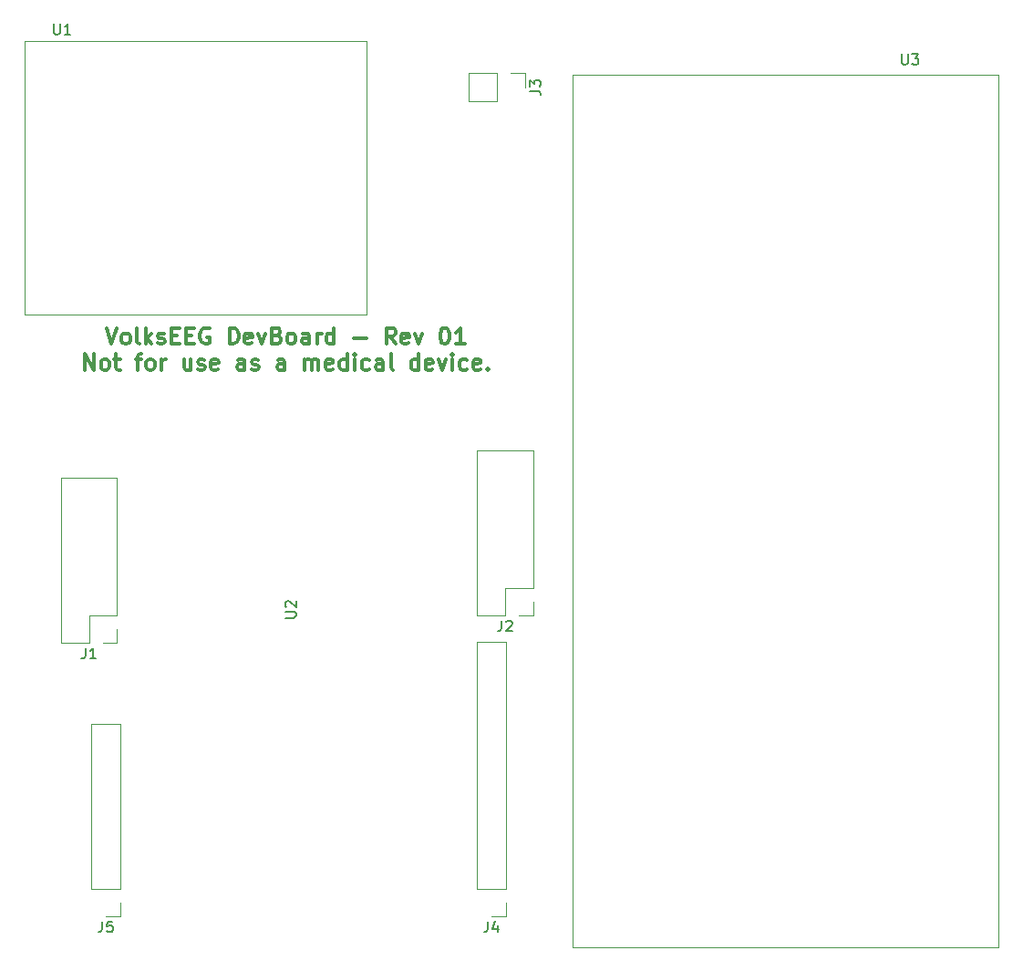
<source format=gbr>
%TF.GenerationSoftware,KiCad,Pcbnew,6.0.4-1.fc35*%
%TF.CreationDate,2022-04-09T22:38:20+01:00*%
%TF.ProjectId,DevBoard,44657642-6f61-4726-942e-6b696361645f,rev?*%
%TF.SameCoordinates,Original*%
%TF.FileFunction,Legend,Top*%
%TF.FilePolarity,Positive*%
%FSLAX46Y46*%
G04 Gerber Fmt 4.6, Leading zero omitted, Abs format (unit mm)*
G04 Created by KiCad (PCBNEW 6.0.4-1.fc35) date 2022-04-09 22:38:20*
%MOMM*%
%LPD*%
G01*
G04 APERTURE LIST*
%ADD10C,0.300000*%
%ADD11C,0.150000*%
%ADD12C,0.120000*%
%ADD13R,1.700000X1.700000*%
%ADD14O,1.700000X1.700000*%
%ADD15C,1.524000*%
%ADD16C,3.810000*%
G04 APERTURE END LIST*
D10*
X145337714Y-90427071D02*
X145837714Y-91927071D01*
X146337714Y-90427071D01*
X147052000Y-91927071D02*
X146909142Y-91855642D01*
X146837714Y-91784214D01*
X146766285Y-91641357D01*
X146766285Y-91212785D01*
X146837714Y-91069928D01*
X146909142Y-90998500D01*
X147052000Y-90927071D01*
X147266285Y-90927071D01*
X147409142Y-90998500D01*
X147480571Y-91069928D01*
X147552000Y-91212785D01*
X147552000Y-91641357D01*
X147480571Y-91784214D01*
X147409142Y-91855642D01*
X147266285Y-91927071D01*
X147052000Y-91927071D01*
X148409142Y-91927071D02*
X148266285Y-91855642D01*
X148194857Y-91712785D01*
X148194857Y-90427071D01*
X148980571Y-91927071D02*
X148980571Y-90427071D01*
X149123428Y-91355642D02*
X149552000Y-91927071D01*
X149552000Y-90927071D02*
X148980571Y-91498500D01*
X150123428Y-91855642D02*
X150266285Y-91927071D01*
X150552000Y-91927071D01*
X150694857Y-91855642D01*
X150766285Y-91712785D01*
X150766285Y-91641357D01*
X150694857Y-91498500D01*
X150552000Y-91427071D01*
X150337714Y-91427071D01*
X150194857Y-91355642D01*
X150123428Y-91212785D01*
X150123428Y-91141357D01*
X150194857Y-90998500D01*
X150337714Y-90927071D01*
X150552000Y-90927071D01*
X150694857Y-90998500D01*
X151409142Y-91141357D02*
X151909142Y-91141357D01*
X152123428Y-91927071D02*
X151409142Y-91927071D01*
X151409142Y-90427071D01*
X152123428Y-90427071D01*
X152766285Y-91141357D02*
X153266285Y-91141357D01*
X153480571Y-91927071D02*
X152766285Y-91927071D01*
X152766285Y-90427071D01*
X153480571Y-90427071D01*
X154909142Y-90498500D02*
X154766285Y-90427071D01*
X154552000Y-90427071D01*
X154337714Y-90498500D01*
X154194857Y-90641357D01*
X154123428Y-90784214D01*
X154052000Y-91069928D01*
X154052000Y-91284214D01*
X154123428Y-91569928D01*
X154194857Y-91712785D01*
X154337714Y-91855642D01*
X154552000Y-91927071D01*
X154694857Y-91927071D01*
X154909142Y-91855642D01*
X154980571Y-91784214D01*
X154980571Y-91284214D01*
X154694857Y-91284214D01*
X156766285Y-91927071D02*
X156766285Y-90427071D01*
X157123428Y-90427071D01*
X157337714Y-90498500D01*
X157480571Y-90641357D01*
X157552000Y-90784214D01*
X157623428Y-91069928D01*
X157623428Y-91284214D01*
X157552000Y-91569928D01*
X157480571Y-91712785D01*
X157337714Y-91855642D01*
X157123428Y-91927071D01*
X156766285Y-91927071D01*
X158837714Y-91855642D02*
X158694857Y-91927071D01*
X158409142Y-91927071D01*
X158266285Y-91855642D01*
X158194857Y-91712785D01*
X158194857Y-91141357D01*
X158266285Y-90998500D01*
X158409142Y-90927071D01*
X158694857Y-90927071D01*
X158837714Y-90998500D01*
X158909142Y-91141357D01*
X158909142Y-91284214D01*
X158194857Y-91427071D01*
X159409142Y-90927071D02*
X159766285Y-91927071D01*
X160123428Y-90927071D01*
X161194857Y-91141357D02*
X161409142Y-91212785D01*
X161480571Y-91284214D01*
X161552000Y-91427071D01*
X161552000Y-91641357D01*
X161480571Y-91784214D01*
X161409142Y-91855642D01*
X161266285Y-91927071D01*
X160694857Y-91927071D01*
X160694857Y-90427071D01*
X161194857Y-90427071D01*
X161337714Y-90498500D01*
X161409142Y-90569928D01*
X161480571Y-90712785D01*
X161480571Y-90855642D01*
X161409142Y-90998500D01*
X161337714Y-91069928D01*
X161194857Y-91141357D01*
X160694857Y-91141357D01*
X162409142Y-91927071D02*
X162266285Y-91855642D01*
X162194857Y-91784214D01*
X162123428Y-91641357D01*
X162123428Y-91212785D01*
X162194857Y-91069928D01*
X162266285Y-90998500D01*
X162409142Y-90927071D01*
X162623428Y-90927071D01*
X162766285Y-90998500D01*
X162837714Y-91069928D01*
X162909142Y-91212785D01*
X162909142Y-91641357D01*
X162837714Y-91784214D01*
X162766285Y-91855642D01*
X162623428Y-91927071D01*
X162409142Y-91927071D01*
X164194857Y-91927071D02*
X164194857Y-91141357D01*
X164123428Y-90998500D01*
X163980571Y-90927071D01*
X163694857Y-90927071D01*
X163552000Y-90998500D01*
X164194857Y-91855642D02*
X164052000Y-91927071D01*
X163694857Y-91927071D01*
X163552000Y-91855642D01*
X163480571Y-91712785D01*
X163480571Y-91569928D01*
X163552000Y-91427071D01*
X163694857Y-91355642D01*
X164052000Y-91355642D01*
X164194857Y-91284214D01*
X164909142Y-91927071D02*
X164909142Y-90927071D01*
X164909142Y-91212785D02*
X164980571Y-91069928D01*
X165052000Y-90998500D01*
X165194857Y-90927071D01*
X165337714Y-90927071D01*
X166480571Y-91927071D02*
X166480571Y-90427071D01*
X166480571Y-91855642D02*
X166337714Y-91927071D01*
X166052000Y-91927071D01*
X165909142Y-91855642D01*
X165837714Y-91784214D01*
X165766285Y-91641357D01*
X165766285Y-91212785D01*
X165837714Y-91069928D01*
X165909142Y-90998500D01*
X166052000Y-90927071D01*
X166337714Y-90927071D01*
X166480571Y-90998500D01*
X168337714Y-91355642D02*
X169480571Y-91355642D01*
X172194857Y-91927071D02*
X171694857Y-91212785D01*
X171337714Y-91927071D02*
X171337714Y-90427071D01*
X171909142Y-90427071D01*
X172052000Y-90498500D01*
X172123428Y-90569928D01*
X172194857Y-90712785D01*
X172194857Y-90927071D01*
X172123428Y-91069928D01*
X172052000Y-91141357D01*
X171909142Y-91212785D01*
X171337714Y-91212785D01*
X173409142Y-91855642D02*
X173266285Y-91927071D01*
X172980571Y-91927071D01*
X172837714Y-91855642D01*
X172766285Y-91712785D01*
X172766285Y-91141357D01*
X172837714Y-90998500D01*
X172980571Y-90927071D01*
X173266285Y-90927071D01*
X173409142Y-90998500D01*
X173480571Y-91141357D01*
X173480571Y-91284214D01*
X172766285Y-91427071D01*
X173980571Y-90927071D02*
X174337714Y-91927071D01*
X174694857Y-90927071D01*
X176694857Y-90427071D02*
X176837714Y-90427071D01*
X176980571Y-90498500D01*
X177052000Y-90569928D01*
X177123428Y-90712785D01*
X177194857Y-90998500D01*
X177194857Y-91355642D01*
X177123428Y-91641357D01*
X177052000Y-91784214D01*
X176980571Y-91855642D01*
X176837714Y-91927071D01*
X176694857Y-91927071D01*
X176552000Y-91855642D01*
X176480571Y-91784214D01*
X176409142Y-91641357D01*
X176337714Y-91355642D01*
X176337714Y-90998500D01*
X176409142Y-90712785D01*
X176480571Y-90569928D01*
X176552000Y-90498500D01*
X176694857Y-90427071D01*
X178623428Y-91927071D02*
X177766285Y-91927071D01*
X178194857Y-91927071D02*
X178194857Y-90427071D01*
X178052000Y-90641357D01*
X177909142Y-90784214D01*
X177766285Y-90855642D01*
X143337714Y-94342071D02*
X143337714Y-92842071D01*
X144194857Y-94342071D01*
X144194857Y-92842071D01*
X145123428Y-94342071D02*
X144980571Y-94270642D01*
X144909142Y-94199214D01*
X144837714Y-94056357D01*
X144837714Y-93627785D01*
X144909142Y-93484928D01*
X144980571Y-93413500D01*
X145123428Y-93342071D01*
X145337714Y-93342071D01*
X145480571Y-93413500D01*
X145552000Y-93484928D01*
X145623428Y-93627785D01*
X145623428Y-94056357D01*
X145552000Y-94199214D01*
X145480571Y-94270642D01*
X145337714Y-94342071D01*
X145123428Y-94342071D01*
X146052000Y-93342071D02*
X146623428Y-93342071D01*
X146266285Y-92842071D02*
X146266285Y-94127785D01*
X146337714Y-94270642D01*
X146480571Y-94342071D01*
X146623428Y-94342071D01*
X148052000Y-93342071D02*
X148623428Y-93342071D01*
X148266285Y-94342071D02*
X148266285Y-93056357D01*
X148337714Y-92913500D01*
X148480571Y-92842071D01*
X148623428Y-92842071D01*
X149337714Y-94342071D02*
X149194857Y-94270642D01*
X149123428Y-94199214D01*
X149052000Y-94056357D01*
X149052000Y-93627785D01*
X149123428Y-93484928D01*
X149194857Y-93413500D01*
X149337714Y-93342071D01*
X149552000Y-93342071D01*
X149694857Y-93413500D01*
X149766285Y-93484928D01*
X149837714Y-93627785D01*
X149837714Y-94056357D01*
X149766285Y-94199214D01*
X149694857Y-94270642D01*
X149552000Y-94342071D01*
X149337714Y-94342071D01*
X150480571Y-94342071D02*
X150480571Y-93342071D01*
X150480571Y-93627785D02*
X150552000Y-93484928D01*
X150623428Y-93413500D01*
X150766285Y-93342071D01*
X150909142Y-93342071D01*
X153194857Y-93342071D02*
X153194857Y-94342071D01*
X152552000Y-93342071D02*
X152552000Y-94127785D01*
X152623428Y-94270642D01*
X152766285Y-94342071D01*
X152980571Y-94342071D01*
X153123428Y-94270642D01*
X153194857Y-94199214D01*
X153837714Y-94270642D02*
X153980571Y-94342071D01*
X154266285Y-94342071D01*
X154409142Y-94270642D01*
X154480571Y-94127785D01*
X154480571Y-94056357D01*
X154409142Y-93913500D01*
X154266285Y-93842071D01*
X154052000Y-93842071D01*
X153909142Y-93770642D01*
X153837714Y-93627785D01*
X153837714Y-93556357D01*
X153909142Y-93413500D01*
X154052000Y-93342071D01*
X154266285Y-93342071D01*
X154409142Y-93413500D01*
X155694857Y-94270642D02*
X155552000Y-94342071D01*
X155266285Y-94342071D01*
X155123428Y-94270642D01*
X155052000Y-94127785D01*
X155052000Y-93556357D01*
X155123428Y-93413500D01*
X155266285Y-93342071D01*
X155552000Y-93342071D01*
X155694857Y-93413500D01*
X155766285Y-93556357D01*
X155766285Y-93699214D01*
X155052000Y-93842071D01*
X158194857Y-94342071D02*
X158194857Y-93556357D01*
X158123428Y-93413500D01*
X157980571Y-93342071D01*
X157694857Y-93342071D01*
X157552000Y-93413500D01*
X158194857Y-94270642D02*
X158052000Y-94342071D01*
X157694857Y-94342071D01*
X157552000Y-94270642D01*
X157480571Y-94127785D01*
X157480571Y-93984928D01*
X157552000Y-93842071D01*
X157694857Y-93770642D01*
X158052000Y-93770642D01*
X158194857Y-93699214D01*
X158837714Y-94270642D02*
X158980571Y-94342071D01*
X159266285Y-94342071D01*
X159409142Y-94270642D01*
X159480571Y-94127785D01*
X159480571Y-94056357D01*
X159409142Y-93913500D01*
X159266285Y-93842071D01*
X159052000Y-93842071D01*
X158909142Y-93770642D01*
X158837714Y-93627785D01*
X158837714Y-93556357D01*
X158909142Y-93413500D01*
X159052000Y-93342071D01*
X159266285Y-93342071D01*
X159409142Y-93413500D01*
X161909142Y-94342071D02*
X161909142Y-93556357D01*
X161837714Y-93413500D01*
X161694857Y-93342071D01*
X161409142Y-93342071D01*
X161266285Y-93413500D01*
X161909142Y-94270642D02*
X161766285Y-94342071D01*
X161409142Y-94342071D01*
X161266285Y-94270642D01*
X161194857Y-94127785D01*
X161194857Y-93984928D01*
X161266285Y-93842071D01*
X161409142Y-93770642D01*
X161766285Y-93770642D01*
X161909142Y-93699214D01*
X163766285Y-94342071D02*
X163766285Y-93342071D01*
X163766285Y-93484928D02*
X163837714Y-93413500D01*
X163980571Y-93342071D01*
X164194857Y-93342071D01*
X164337714Y-93413500D01*
X164409142Y-93556357D01*
X164409142Y-94342071D01*
X164409142Y-93556357D02*
X164480571Y-93413500D01*
X164623428Y-93342071D01*
X164837714Y-93342071D01*
X164980571Y-93413500D01*
X165052000Y-93556357D01*
X165052000Y-94342071D01*
X166337714Y-94270642D02*
X166194857Y-94342071D01*
X165909142Y-94342071D01*
X165766285Y-94270642D01*
X165694857Y-94127785D01*
X165694857Y-93556357D01*
X165766285Y-93413500D01*
X165909142Y-93342071D01*
X166194857Y-93342071D01*
X166337714Y-93413500D01*
X166409142Y-93556357D01*
X166409142Y-93699214D01*
X165694857Y-93842071D01*
X167694857Y-94342071D02*
X167694857Y-92842071D01*
X167694857Y-94270642D02*
X167552000Y-94342071D01*
X167266285Y-94342071D01*
X167123428Y-94270642D01*
X167052000Y-94199214D01*
X166980571Y-94056357D01*
X166980571Y-93627785D01*
X167052000Y-93484928D01*
X167123428Y-93413500D01*
X167266285Y-93342071D01*
X167552000Y-93342071D01*
X167694857Y-93413500D01*
X168409142Y-94342071D02*
X168409142Y-93342071D01*
X168409142Y-92842071D02*
X168337714Y-92913500D01*
X168409142Y-92984928D01*
X168480571Y-92913500D01*
X168409142Y-92842071D01*
X168409142Y-92984928D01*
X169766285Y-94270642D02*
X169623428Y-94342071D01*
X169337714Y-94342071D01*
X169194857Y-94270642D01*
X169123428Y-94199214D01*
X169052000Y-94056357D01*
X169052000Y-93627785D01*
X169123428Y-93484928D01*
X169194857Y-93413500D01*
X169337714Y-93342071D01*
X169623428Y-93342071D01*
X169766285Y-93413500D01*
X171052000Y-94342071D02*
X171052000Y-93556357D01*
X170980571Y-93413500D01*
X170837714Y-93342071D01*
X170552000Y-93342071D01*
X170409142Y-93413500D01*
X171052000Y-94270642D02*
X170909142Y-94342071D01*
X170552000Y-94342071D01*
X170409142Y-94270642D01*
X170337714Y-94127785D01*
X170337714Y-93984928D01*
X170409142Y-93842071D01*
X170552000Y-93770642D01*
X170909142Y-93770642D01*
X171052000Y-93699214D01*
X171980571Y-94342071D02*
X171837714Y-94270642D01*
X171766285Y-94127785D01*
X171766285Y-92842071D01*
X174337714Y-94342071D02*
X174337714Y-92842071D01*
X174337714Y-94270642D02*
X174194857Y-94342071D01*
X173909142Y-94342071D01*
X173766285Y-94270642D01*
X173694857Y-94199214D01*
X173623428Y-94056357D01*
X173623428Y-93627785D01*
X173694857Y-93484928D01*
X173766285Y-93413500D01*
X173909142Y-93342071D01*
X174194857Y-93342071D01*
X174337714Y-93413500D01*
X175623428Y-94270642D02*
X175480571Y-94342071D01*
X175194857Y-94342071D01*
X175052000Y-94270642D01*
X174980571Y-94127785D01*
X174980571Y-93556357D01*
X175052000Y-93413500D01*
X175194857Y-93342071D01*
X175480571Y-93342071D01*
X175623428Y-93413500D01*
X175694857Y-93556357D01*
X175694857Y-93699214D01*
X174980571Y-93842071D01*
X176194857Y-93342071D02*
X176552000Y-94342071D01*
X176909142Y-93342071D01*
X177480571Y-94342071D02*
X177480571Y-93342071D01*
X177480571Y-92842071D02*
X177409142Y-92913500D01*
X177480571Y-92984928D01*
X177552000Y-92913500D01*
X177480571Y-92842071D01*
X177480571Y-92984928D01*
X178837714Y-94270642D02*
X178694857Y-94342071D01*
X178409142Y-94342071D01*
X178266285Y-94270642D01*
X178194857Y-94199214D01*
X178123428Y-94056357D01*
X178123428Y-93627785D01*
X178194857Y-93484928D01*
X178266285Y-93413500D01*
X178409142Y-93342071D01*
X178694857Y-93342071D01*
X178837714Y-93413500D01*
X180052000Y-94270642D02*
X179909142Y-94342071D01*
X179623428Y-94342071D01*
X179480571Y-94270642D01*
X179409142Y-94127785D01*
X179409142Y-93556357D01*
X179480571Y-93413500D01*
X179623428Y-93342071D01*
X179909142Y-93342071D01*
X180052000Y-93413500D01*
X180123428Y-93556357D01*
X180123428Y-93699214D01*
X179409142Y-93842071D01*
X180766285Y-94199214D02*
X180837714Y-94270642D01*
X180766285Y-94342071D01*
X180694857Y-94270642D01*
X180766285Y-94199214D01*
X180766285Y-94342071D01*
D11*
%TO.C,J3*%
X184667380Y-68405333D02*
X185381666Y-68405333D01*
X185524523Y-68452952D01*
X185619761Y-68548190D01*
X185667380Y-68691047D01*
X185667380Y-68786285D01*
X184667380Y-68024380D02*
X184667380Y-67405333D01*
X185048333Y-67738666D01*
X185048333Y-67595809D01*
X185095952Y-67500571D01*
X185143571Y-67452952D01*
X185238809Y-67405333D01*
X185476904Y-67405333D01*
X185572142Y-67452952D01*
X185619761Y-67500571D01*
X185667380Y-67595809D01*
X185667380Y-67881523D01*
X185619761Y-67976761D01*
X185572142Y-68024380D01*
%TO.C,J4*%
X180773666Y-145551380D02*
X180773666Y-146265666D01*
X180726047Y-146408523D01*
X180630809Y-146503761D01*
X180487952Y-146551380D01*
X180392714Y-146551380D01*
X181678428Y-145884714D02*
X181678428Y-146551380D01*
X181440333Y-145503761D02*
X181202238Y-146218047D01*
X181821285Y-146218047D01*
%TO.C,U2*%
X161952380Y-117347904D02*
X162761904Y-117347904D01*
X162857142Y-117300285D01*
X162904761Y-117252666D01*
X162952380Y-117157428D01*
X162952380Y-116966952D01*
X162904761Y-116871714D01*
X162857142Y-116824095D01*
X162761904Y-116776476D01*
X161952380Y-116776476D01*
X162047619Y-116347904D02*
X162000000Y-116300285D01*
X161952380Y-116205047D01*
X161952380Y-115966952D01*
X162000000Y-115871714D01*
X162047619Y-115824095D01*
X162142857Y-115776476D01*
X162238095Y-115776476D01*
X162380952Y-115824095D01*
X162952380Y-116395523D01*
X162952380Y-115776476D01*
%TO.C,J1*%
X143396666Y-120146380D02*
X143396666Y-120860666D01*
X143349047Y-121003523D01*
X143253809Y-121098761D01*
X143110952Y-121146380D01*
X143015714Y-121146380D01*
X144396666Y-121146380D02*
X143825238Y-121146380D01*
X144110952Y-121146380D02*
X144110952Y-120146380D01*
X144015714Y-120289238D01*
X143920476Y-120384476D01*
X143825238Y-120432095D01*
%TO.C,J5*%
X144954666Y-145551380D02*
X144954666Y-146265666D01*
X144907047Y-146408523D01*
X144811809Y-146503761D01*
X144668952Y-146551380D01*
X144573714Y-146551380D01*
X145907047Y-145551380D02*
X145430857Y-145551380D01*
X145383238Y-146027571D01*
X145430857Y-145979952D01*
X145526095Y-145932333D01*
X145764190Y-145932333D01*
X145859428Y-145979952D01*
X145907047Y-146027571D01*
X145954666Y-146122809D01*
X145954666Y-146360904D01*
X145907047Y-146456142D01*
X145859428Y-146503761D01*
X145764190Y-146551380D01*
X145526095Y-146551380D01*
X145430857Y-146503761D01*
X145383238Y-146456142D01*
%TO.C,U3*%
X219202095Y-64984380D02*
X219202095Y-65793904D01*
X219249714Y-65889142D01*
X219297333Y-65936761D01*
X219392571Y-65984380D01*
X219583047Y-65984380D01*
X219678285Y-65936761D01*
X219725904Y-65889142D01*
X219773523Y-65793904D01*
X219773523Y-64984380D01*
X220154476Y-64984380D02*
X220773523Y-64984380D01*
X220440190Y-65365333D01*
X220583047Y-65365333D01*
X220678285Y-65412952D01*
X220725904Y-65460571D01*
X220773523Y-65555809D01*
X220773523Y-65793904D01*
X220725904Y-65889142D01*
X220678285Y-65936761D01*
X220583047Y-65984380D01*
X220297333Y-65984380D01*
X220202095Y-65936761D01*
X220154476Y-65889142D01*
%TO.C,U1*%
X140462095Y-62190380D02*
X140462095Y-62999904D01*
X140509714Y-63095142D01*
X140557333Y-63142761D01*
X140652571Y-63190380D01*
X140843047Y-63190380D01*
X140938285Y-63142761D01*
X140985904Y-63095142D01*
X141033523Y-62999904D01*
X141033523Y-62190380D01*
X142033523Y-63190380D02*
X141462095Y-63190380D01*
X141747809Y-63190380D02*
X141747809Y-62190380D01*
X141652571Y-62333238D01*
X141557333Y-62428476D01*
X141462095Y-62476095D01*
%TO.C,J2*%
X182043666Y-117606380D02*
X182043666Y-118320666D01*
X181996047Y-118463523D01*
X181900809Y-118558761D01*
X181757952Y-118606380D01*
X181662714Y-118606380D01*
X182472238Y-117701619D02*
X182519857Y-117654000D01*
X182615095Y-117606380D01*
X182853190Y-117606380D01*
X182948428Y-117654000D01*
X182996047Y-117701619D01*
X183043666Y-117796857D01*
X183043666Y-117892095D01*
X182996047Y-118034952D01*
X182424619Y-118606380D01*
X183043666Y-118606380D01*
D12*
%TO.C,J3*%
X181615000Y-66742000D02*
X181615000Y-69402000D01*
X184215000Y-66742000D02*
X184215000Y-68072000D01*
X181615000Y-69402000D02*
X179015000Y-69402000D01*
X182885000Y-66742000D02*
X184215000Y-66742000D01*
X179015000Y-66742000D02*
X179015000Y-69402000D01*
X181615000Y-66742000D02*
X179015000Y-66742000D01*
%TO.C,J4*%
X182437000Y-119579000D02*
X179777000Y-119579000D01*
X182437000Y-142499000D02*
X182437000Y-119579000D01*
X182437000Y-142499000D02*
X179777000Y-142499000D01*
X179777000Y-142499000D02*
X179777000Y-119579000D01*
X182437000Y-145099000D02*
X181107000Y-145099000D01*
X182437000Y-143769000D02*
X182437000Y-145099000D01*
%TO.C,J1*%
X146330000Y-117094000D02*
X143730000Y-117094000D01*
X143730000Y-117094000D02*
X143730000Y-119694000D01*
X146330000Y-118364000D02*
X146330000Y-119694000D01*
X146330000Y-117094000D02*
X146330000Y-104334000D01*
X141130000Y-119694000D02*
X141130000Y-104334000D01*
X146330000Y-119694000D02*
X145000000Y-119694000D01*
X143730000Y-119694000D02*
X141130000Y-119694000D01*
X146330000Y-104334000D02*
X141130000Y-104334000D01*
%TO.C,J5*%
X146618000Y-142499000D02*
X146618000Y-127199000D01*
X146618000Y-143769000D02*
X146618000Y-145099000D01*
X146618000Y-145099000D02*
X145288000Y-145099000D01*
X146618000Y-142499000D02*
X143958000Y-142499000D01*
X146618000Y-127199000D02*
X143958000Y-127199000D01*
X143958000Y-142499000D02*
X143958000Y-127199000D01*
%TO.C,U3*%
X188672000Y-147942000D02*
X228172000Y-147942000D01*
X188672000Y-147942000D02*
X188672000Y-66942000D01*
X228172000Y-66942000D02*
X228172000Y-147942000D01*
X188672000Y-66942000D02*
X228172000Y-66942000D01*
%TO.C,U1*%
X169545000Y-89154000D02*
X169545000Y-63754000D01*
X137795000Y-89154000D02*
X169545000Y-89154000D01*
X137795000Y-63754000D02*
X137795000Y-89154000D01*
X169545000Y-63754000D02*
X137795000Y-63754000D01*
%TO.C,J2*%
X184977000Y-101794000D02*
X179777000Y-101794000D01*
X184977000Y-117154000D02*
X183647000Y-117154000D01*
X182377000Y-117154000D02*
X179777000Y-117154000D01*
X184977000Y-114554000D02*
X184977000Y-101794000D01*
X179777000Y-117154000D02*
X179777000Y-101794000D01*
X184977000Y-114554000D02*
X182377000Y-114554000D01*
X184977000Y-115824000D02*
X184977000Y-117154000D01*
X182377000Y-114554000D02*
X182377000Y-117154000D01*
%TD*%
%LPC*%
D13*
%TO.C,J3*%
X182885000Y-68072000D03*
D14*
X180345000Y-68072000D03*
%TD*%
D13*
%TO.C,J4*%
X181107000Y-143769000D03*
D14*
X181107000Y-141229000D03*
X181107000Y-138689000D03*
X181107000Y-136149000D03*
X181107000Y-133609000D03*
X181107000Y-131069000D03*
X181107000Y-128529000D03*
X181107000Y-125989000D03*
X181107000Y-123449000D03*
X181107000Y-120909000D03*
%TD*%
D15*
%TO.C,U2*%
X173160000Y-139446000D03*
X173160000Y-136906000D03*
X173160000Y-134366000D03*
X173160000Y-131826000D03*
X173160000Y-129286000D03*
X173160000Y-126746000D03*
X173160000Y-124206000D03*
X173160000Y-121666000D03*
X173160000Y-119126000D03*
X173160000Y-116586000D03*
X173160000Y-114046000D03*
X173160000Y-111506000D03*
X173160000Y-108966000D03*
X173160000Y-106426000D03*
X173160000Y-103886000D03*
X173160000Y-101346000D03*
X152840000Y-101346000D03*
X152840000Y-103886000D03*
X152840000Y-106426000D03*
X152840000Y-108966000D03*
X152840000Y-111506000D03*
X152840000Y-114046000D03*
X152840000Y-116586000D03*
X152840000Y-119126000D03*
X152840000Y-121666000D03*
X152840000Y-124206000D03*
X152840000Y-126746000D03*
X152840000Y-129286000D03*
D16*
X171890000Y-143256000D03*
X171890000Y-97536000D03*
X154110000Y-97536000D03*
X154110000Y-143256000D03*
%TD*%
D13*
%TO.C,J1*%
X145000000Y-118364000D03*
D14*
X142460000Y-118364000D03*
X145000000Y-115824000D03*
X142460000Y-115824000D03*
X145000000Y-113284000D03*
X142460000Y-113284000D03*
X145000000Y-110744000D03*
X142460000Y-110744000D03*
X145000000Y-108204000D03*
X142460000Y-108204000D03*
X145000000Y-105664000D03*
X142460000Y-105664000D03*
%TD*%
D13*
%TO.C,J5*%
X145288000Y-143769000D03*
D14*
X145288000Y-141229000D03*
X145288000Y-138689000D03*
X145288000Y-136149000D03*
X145288000Y-133609000D03*
X145288000Y-131069000D03*
X145288000Y-128529000D03*
%TD*%
D15*
%TO.C,U3*%
X217932000Y-102362000D03*
X217932000Y-104902000D03*
X217932000Y-107442000D03*
X217932000Y-109982000D03*
X217932000Y-112522000D03*
X215392000Y-112522000D03*
X215392000Y-109982000D03*
X215392000Y-107442000D03*
X215392000Y-104902000D03*
X215392000Y-102362000D03*
X189992000Y-71882000D03*
X192532000Y-71882000D03*
X195072000Y-71882000D03*
X197612000Y-71882000D03*
X200152000Y-71882000D03*
X202692000Y-71882000D03*
X205232000Y-71882000D03*
X207772000Y-71882000D03*
X210312000Y-71882000D03*
X212852000Y-71882000D03*
X212852000Y-74422000D03*
X210312000Y-74422000D03*
X207772000Y-74422000D03*
X205232000Y-74422000D03*
X202692000Y-74422000D03*
X200152000Y-74422000D03*
X197612000Y-74422000D03*
X195072000Y-74422000D03*
X192532000Y-74422000D03*
X189992000Y-74422000D03*
X189992000Y-140462000D03*
X192532000Y-140462000D03*
X195072000Y-140462000D03*
X197612000Y-140462000D03*
X200152000Y-140462000D03*
X202692000Y-140462000D03*
X205232000Y-140462000D03*
X207772000Y-140462000D03*
X210312000Y-140462000D03*
X212852000Y-140462000D03*
X212852000Y-143002000D03*
X210312000Y-143002000D03*
X207772000Y-143002000D03*
X205232000Y-143002000D03*
X202692000Y-143002000D03*
X200152000Y-143002000D03*
X197612000Y-143002000D03*
X195072000Y-143002000D03*
X192532000Y-143002000D03*
X189992000Y-143002000D03*
%TD*%
%TO.C,U1*%
X168021000Y-85344000D03*
X168021000Y-82804000D03*
X168021000Y-80264000D03*
X168021000Y-77724000D03*
X168021000Y-75184000D03*
X168021000Y-72644000D03*
X168021000Y-70104000D03*
X168021000Y-67564000D03*
%TD*%
D13*
%TO.C,J2*%
X183647000Y-115824000D03*
D14*
X181107000Y-115824000D03*
X183647000Y-113284000D03*
X181107000Y-113284000D03*
X183647000Y-110744000D03*
X181107000Y-110744000D03*
X183647000Y-108204000D03*
X181107000Y-108204000D03*
X183647000Y-105664000D03*
X181107000Y-105664000D03*
X183647000Y-103124000D03*
X181107000Y-103124000D03*
%TD*%
M02*

</source>
